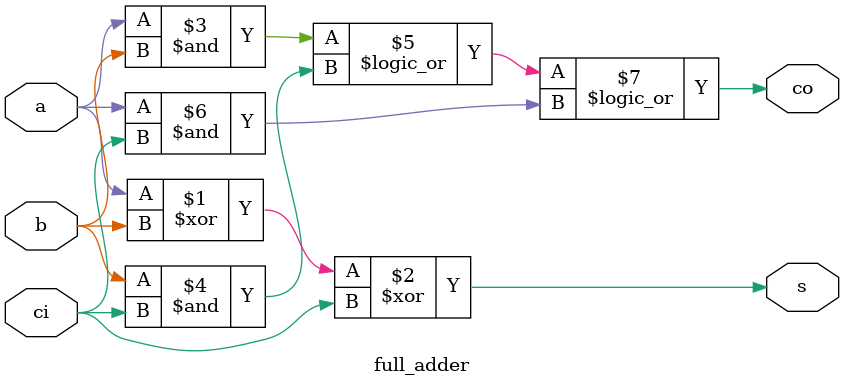
<source format=v>
module full_adder(
	a,b,ci,s,co);
		
	input wire  a,b;
	input wire   ci;
	output wire  s;
	output wire  co;
	
	assign	s=a^b^ci;
	assign	co=(a&b)||(b&ci)||(a&ci);

endmodule
</source>
